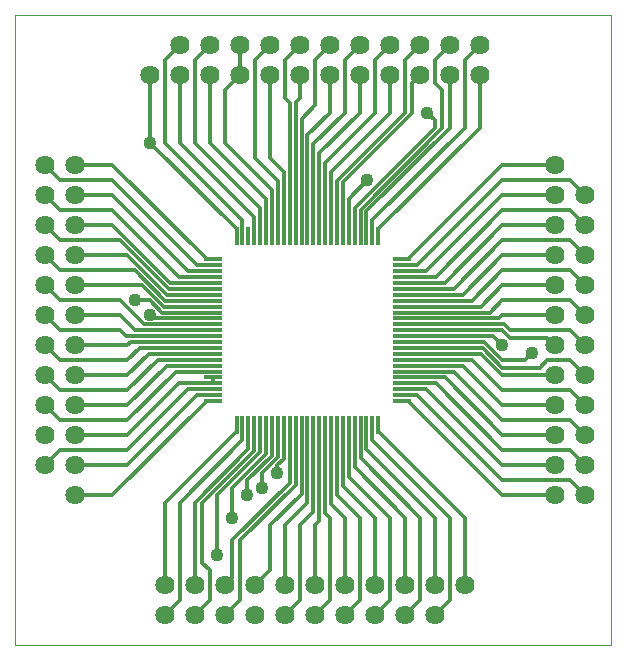
<source format=gtl>
G75*
G70*
%OFA0B0*%
%FSLAX24Y24*%
%IPPOS*%
%LPD*%
%AMOC8*
5,1,8,0,0,1.08239X$1,22.5*
%
%ADD10C,0.0000*%
%ADD11R,0.0591X0.0118*%
%ADD12R,0.0118X0.0591*%
%ADD13C,0.0640*%
%ADD14C,0.0120*%
%ADD15C,0.0436*%
D10*
X000105Y000558D02*
X000105Y021554D01*
X019975Y021554D01*
X019975Y000558D01*
X000105Y000558D01*
D11*
X006705Y008696D03*
X006705Y008893D03*
X006705Y009090D03*
X006705Y009287D03*
X006705Y009483D03*
X006705Y009680D03*
X006705Y009877D03*
X006705Y010074D03*
X006705Y010271D03*
X006705Y010468D03*
X006705Y010665D03*
X006705Y010861D03*
X006705Y011058D03*
X006705Y011255D03*
X006705Y011452D03*
X006705Y011649D03*
X006705Y011846D03*
X006705Y012043D03*
X006705Y012239D03*
X006705Y012436D03*
X006705Y012633D03*
X006705Y012830D03*
X006705Y013027D03*
X006705Y013224D03*
X006705Y013420D03*
X013004Y013420D03*
X013004Y013224D03*
X013004Y013027D03*
X013004Y012830D03*
X013004Y012633D03*
X013004Y012436D03*
X013004Y012239D03*
X013004Y012043D03*
X013004Y011846D03*
X013004Y011649D03*
X013004Y011452D03*
X013004Y011255D03*
X013004Y011058D03*
X013004Y010861D03*
X013004Y010665D03*
X013004Y010468D03*
X013004Y010271D03*
X013004Y010074D03*
X013004Y009877D03*
X013004Y009680D03*
X013004Y009483D03*
X013004Y009287D03*
X013004Y009090D03*
X013004Y008893D03*
X013004Y008696D03*
D12*
X012217Y007909D03*
X012020Y007909D03*
X011823Y007909D03*
X011626Y007909D03*
X011430Y007909D03*
X011233Y007909D03*
X011036Y007909D03*
X010839Y007909D03*
X010642Y007909D03*
X010445Y007909D03*
X010248Y007909D03*
X010052Y007909D03*
X009855Y007909D03*
X009658Y007909D03*
X009461Y007909D03*
X009264Y007909D03*
X009067Y007909D03*
X008870Y007909D03*
X008674Y007909D03*
X008477Y007909D03*
X008280Y007909D03*
X008083Y007909D03*
X007886Y007909D03*
X007689Y007909D03*
X007493Y007909D03*
X007493Y014208D03*
X007689Y014208D03*
X007886Y014208D03*
X008083Y014208D03*
X008280Y014208D03*
X008477Y014208D03*
X008674Y014208D03*
X008870Y014208D03*
X009067Y014208D03*
X009264Y014208D03*
X009461Y014208D03*
X009658Y014208D03*
X009855Y014208D03*
X010052Y014208D03*
X010248Y014208D03*
X010445Y014208D03*
X010642Y014208D03*
X010839Y014208D03*
X011036Y014208D03*
X011233Y014208D03*
X011430Y014208D03*
X011626Y014208D03*
X011823Y014208D03*
X012020Y014208D03*
X012217Y014208D03*
D13*
X012605Y019558D03*
X011605Y019558D03*
X011605Y020558D03*
X012605Y020558D03*
X013605Y020558D03*
X014605Y020558D03*
X014605Y019558D03*
X013605Y019558D03*
X015605Y019558D03*
X015605Y020558D03*
X018105Y016558D03*
X018105Y015558D03*
X018105Y014558D03*
X018105Y013558D03*
X018105Y012558D03*
X018105Y011558D03*
X018105Y010558D03*
X018105Y009558D03*
X018105Y008558D03*
X018105Y007558D03*
X018105Y006558D03*
X018105Y005558D03*
X019105Y005558D03*
X019105Y006558D03*
X019105Y007558D03*
X019105Y008558D03*
X019105Y009558D03*
X019105Y010558D03*
X019105Y011558D03*
X019105Y012558D03*
X019105Y013558D03*
X019105Y014558D03*
X019105Y015558D03*
X010605Y019558D03*
X009605Y019558D03*
X009605Y020558D03*
X010605Y020558D03*
X008605Y020558D03*
X007605Y020558D03*
X007605Y019558D03*
X008605Y019558D03*
X006605Y019558D03*
X005605Y019558D03*
X005605Y020558D03*
X006605Y020558D03*
X004605Y019558D03*
X002105Y016558D03*
X002105Y015558D03*
X002105Y014558D03*
X002105Y013558D03*
X002105Y012558D03*
X002105Y011558D03*
X002105Y010558D03*
X002105Y009558D03*
X002105Y008558D03*
X002105Y007558D03*
X002105Y006558D03*
X002105Y005558D03*
X001105Y006558D03*
X001105Y007558D03*
X001105Y008558D03*
X001105Y009558D03*
X001105Y010558D03*
X001105Y011558D03*
X001105Y012558D03*
X001105Y013558D03*
X001105Y014558D03*
X001105Y015558D03*
X001105Y016558D03*
X005105Y002558D03*
X005105Y001558D03*
X006105Y001558D03*
X006105Y002558D03*
X007105Y002558D03*
X007105Y001558D03*
X008105Y001558D03*
X008105Y002558D03*
X009105Y002558D03*
X009105Y001558D03*
X010105Y001558D03*
X010105Y002558D03*
X011105Y002558D03*
X011105Y001558D03*
X012105Y001558D03*
X012105Y002558D03*
X013105Y002558D03*
X013105Y001558D03*
X014105Y001558D03*
X014105Y002558D03*
X015105Y002558D03*
D14*
X015105Y004808D01*
X012217Y007696D01*
X012217Y007909D01*
X012020Y007909D02*
X012020Y007393D01*
X014605Y004808D01*
X014605Y002058D01*
X014105Y001558D01*
X013605Y002058D02*
X013105Y001558D01*
X013605Y002058D02*
X013605Y004808D01*
X011626Y006787D01*
X011626Y007909D01*
X011430Y007909D02*
X011430Y006483D01*
X013105Y004808D01*
X013105Y002558D01*
X012605Y002058D02*
X012105Y001558D01*
X012605Y002058D02*
X012605Y004808D01*
X011233Y006180D01*
X011233Y007909D01*
X011036Y007909D02*
X011036Y005877D01*
X012105Y004808D01*
X012105Y002558D01*
X011605Y002058D02*
X011105Y001558D01*
X011605Y002058D02*
X011605Y004808D01*
X010839Y005574D01*
X010839Y007909D01*
X010642Y007909D02*
X010642Y005271D01*
X011105Y004808D01*
X011105Y002558D01*
X010605Y002058D02*
X010105Y001558D01*
X010605Y002058D02*
X010605Y004808D01*
X010445Y004968D01*
X010445Y007909D01*
X010248Y007909D02*
X010248Y004702D01*
X010105Y004558D01*
X010105Y002558D01*
X009605Y002058D02*
X009105Y001558D01*
X009605Y002058D02*
X009605Y004558D01*
X010052Y005005D01*
X010052Y007909D01*
X009855Y007909D02*
X009855Y005308D01*
X009105Y004558D01*
X009105Y002558D01*
X008605Y003058D02*
X008105Y002558D01*
X007605Y002058D02*
X007105Y001558D01*
X007605Y002058D02*
X007605Y004058D01*
X009461Y005915D01*
X009461Y007909D01*
X009264Y007909D02*
X009264Y005968D01*
X007355Y004058D01*
X007355Y002808D01*
X007105Y002558D01*
X006605Y002058D02*
X006105Y001558D01*
X006605Y002058D02*
X006605Y003058D01*
X006355Y003308D01*
X006355Y005308D01*
X008083Y007037D01*
X008083Y007909D01*
X007886Y007909D02*
X007886Y007090D01*
X006105Y005308D01*
X006105Y002558D01*
X005605Y002058D02*
X005105Y001558D01*
X005605Y002058D02*
X005605Y005308D01*
X007689Y007393D01*
X007689Y007909D01*
X007493Y007909D02*
X007493Y007696D01*
X005105Y005308D01*
X005105Y002558D01*
X006855Y003558D02*
X006855Y005558D01*
X008280Y006983D01*
X008280Y007909D01*
X008477Y007909D02*
X008477Y006930D01*
X007355Y005808D01*
X007355Y004808D01*
X007855Y005558D02*
X007855Y006058D01*
X008674Y006877D01*
X008674Y007909D01*
X008870Y007909D02*
X008870Y006824D01*
X008355Y006308D01*
X008355Y005808D01*
X008855Y006308D02*
X008855Y006558D01*
X009067Y006771D01*
X009067Y007909D01*
X009658Y007909D02*
X009658Y005611D01*
X008605Y004558D01*
X008605Y003058D01*
X011823Y007090D02*
X014105Y004808D01*
X014105Y002558D01*
X016355Y005558D02*
X018105Y005558D01*
X018605Y006058D02*
X019105Y005558D01*
X018605Y006058D02*
X016355Y006058D01*
X013520Y008893D01*
X013004Y008893D01*
X013004Y009090D02*
X013823Y009090D01*
X016355Y006558D01*
X018105Y006558D01*
X018605Y007058D02*
X019105Y006558D01*
X018605Y007058D02*
X016355Y007058D01*
X014126Y009287D01*
X013004Y009287D01*
X013004Y009483D02*
X014430Y009483D01*
X016355Y007558D01*
X018105Y007558D01*
X018605Y008058D02*
X019105Y007558D01*
X018605Y008058D02*
X016355Y008058D01*
X014733Y009680D01*
X013004Y009680D01*
X013004Y009877D02*
X015036Y009877D01*
X016355Y008558D01*
X018105Y008558D01*
X018605Y009058D02*
X019105Y008558D01*
X018605Y009058D02*
X016355Y009058D01*
X015339Y010074D01*
X013004Y010074D01*
X013004Y010271D02*
X015642Y010271D01*
X016355Y009558D01*
X018105Y009558D01*
X017855Y010058D02*
X018605Y010058D01*
X019105Y009558D01*
X019105Y010558D02*
X018605Y011058D01*
X016605Y011058D01*
X016408Y011255D01*
X013004Y011255D01*
X013004Y011058D02*
X016355Y011058D01*
X016605Y010808D01*
X017855Y010808D01*
X018105Y010558D01*
X017855Y010058D02*
X017605Y009808D01*
X016355Y009808D01*
X015695Y010468D01*
X013004Y010468D01*
X013004Y010665D02*
X015748Y010665D01*
X016355Y010058D01*
X017105Y010058D01*
X017355Y010308D01*
X016355Y010558D02*
X016052Y010861D01*
X013004Y010861D01*
X013004Y011452D02*
X016248Y011452D01*
X016355Y011558D01*
X018105Y011558D01*
X018605Y012058D02*
X019105Y011558D01*
X018605Y012058D02*
X016355Y012058D01*
X015945Y011649D01*
X013004Y011649D01*
X013004Y011846D02*
X015642Y011846D01*
X016355Y012558D01*
X018105Y012558D01*
X018605Y013058D02*
X019105Y012558D01*
X018605Y013058D02*
X016355Y013058D01*
X015339Y012043D01*
X013004Y012043D01*
X013004Y012239D02*
X015036Y012239D01*
X016355Y013558D01*
X018105Y013558D01*
X018605Y014058D02*
X019105Y013558D01*
X018605Y014058D02*
X016355Y014058D01*
X014733Y012436D01*
X013004Y012436D01*
X013004Y012633D02*
X014430Y012633D01*
X016355Y014558D01*
X018105Y014558D01*
X018605Y015058D02*
X019105Y014558D01*
X018605Y015058D02*
X016355Y015058D01*
X014126Y012830D01*
X013004Y012830D01*
X013004Y013027D02*
X013823Y013027D01*
X016355Y015558D01*
X018105Y015558D01*
X018605Y016058D02*
X019105Y015558D01*
X018605Y016058D02*
X016355Y016058D01*
X013520Y013224D01*
X013004Y013224D01*
X013004Y013420D02*
X013217Y013420D01*
X016355Y016558D01*
X018105Y016558D01*
X015605Y017808D02*
X015605Y019558D01*
X015105Y020058D02*
X015605Y020558D01*
X015105Y020058D02*
X015105Y017808D01*
X012020Y014724D01*
X012020Y014208D01*
X011823Y014208D02*
X011823Y015027D01*
X014605Y017808D01*
X014605Y019558D01*
X014355Y019058D02*
X014105Y019308D01*
X014105Y020058D01*
X014605Y020558D01*
X013605Y020558D02*
X013105Y020058D01*
X013105Y018308D01*
X010839Y016043D01*
X010839Y014208D01*
X011036Y014208D02*
X011036Y015989D01*
X013355Y018308D01*
X013355Y019308D01*
X013605Y019558D01*
X014355Y019058D02*
X014355Y017808D01*
X011626Y015080D01*
X011626Y014208D01*
X011430Y014208D02*
X011430Y015133D01*
X014105Y017808D01*
X014105Y018058D01*
X013855Y018308D01*
X012605Y018308D02*
X012605Y019558D01*
X012105Y020058D02*
X012605Y020558D01*
X012105Y020058D02*
X012105Y018308D01*
X010445Y016649D01*
X010445Y014208D01*
X010248Y014208D02*
X010248Y016952D01*
X011605Y018308D01*
X011605Y019558D01*
X011105Y020058D02*
X011605Y020558D01*
X011105Y020058D02*
X011105Y018308D01*
X010052Y017255D01*
X010052Y014208D01*
X009855Y014208D02*
X009855Y017558D01*
X010605Y018308D01*
X010605Y019558D01*
X010105Y020058D02*
X010605Y020558D01*
X010105Y020058D02*
X010105Y018558D01*
X009658Y018111D01*
X009658Y014208D01*
X009461Y014208D02*
X009461Y018665D01*
X009605Y018808D01*
X009605Y019558D01*
X009105Y020058D02*
X009605Y020558D01*
X009105Y020058D02*
X009105Y018808D01*
X009264Y018649D01*
X009264Y014208D01*
X009067Y014208D02*
X009067Y016346D01*
X008605Y016808D01*
X008605Y019558D01*
X008105Y020058D02*
X008605Y020558D01*
X008105Y020058D02*
X008105Y016808D01*
X008870Y016043D01*
X008870Y014208D01*
X008674Y014208D02*
X008674Y015739D01*
X007105Y017308D01*
X007105Y019058D01*
X007605Y019558D01*
X007605Y020558D01*
X006605Y020558D02*
X006105Y020058D01*
X006105Y017308D01*
X008280Y015133D01*
X008280Y014208D01*
X008477Y014208D02*
X008477Y015436D01*
X006605Y017308D01*
X006605Y019558D01*
X005605Y019558D02*
X005605Y017308D01*
X008083Y014830D01*
X008083Y014208D01*
X007689Y014208D02*
X007689Y014724D01*
X005105Y017308D01*
X005105Y020058D01*
X005605Y020558D01*
X004605Y019558D02*
X004605Y017308D01*
X007493Y014420D01*
X007493Y014208D01*
X006705Y013420D02*
X006493Y013420D01*
X003355Y016558D01*
X002105Y016558D01*
X001605Y016058D02*
X001105Y016558D01*
X001605Y016058D02*
X003355Y016058D01*
X006189Y013224D01*
X006705Y013224D01*
X006705Y013027D02*
X005886Y013027D01*
X003355Y015558D01*
X002105Y015558D01*
X001605Y015058D02*
X001105Y015558D01*
X001605Y015058D02*
X003355Y015058D01*
X005583Y012830D01*
X006705Y012830D01*
X006705Y012633D02*
X005280Y012633D01*
X003355Y014558D01*
X002105Y014558D01*
X001605Y014058D02*
X001105Y014558D01*
X001605Y014058D02*
X003605Y014058D01*
X005227Y012436D01*
X006705Y012436D01*
X006705Y012239D02*
X005174Y012239D01*
X003855Y013558D01*
X002105Y013558D01*
X001605Y013058D02*
X001105Y013558D01*
X001605Y013058D02*
X004105Y013058D01*
X005120Y012043D01*
X006705Y012043D01*
X006705Y011846D02*
X005067Y011846D01*
X004355Y012558D01*
X002105Y012558D01*
X001605Y012058D02*
X001105Y012558D01*
X001605Y012058D02*
X003605Y012058D01*
X004408Y011255D01*
X006705Y011255D01*
X006705Y011058D02*
X004105Y011058D01*
X003605Y011558D01*
X002105Y011558D01*
X001605Y011058D02*
X001105Y011558D01*
X001605Y011058D02*
X003605Y011058D01*
X003802Y010861D01*
X006705Y010861D01*
X006705Y010665D02*
X003961Y010665D01*
X003855Y010558D01*
X002105Y010558D01*
X001605Y010058D02*
X001105Y010558D01*
X001605Y010058D02*
X003855Y010058D01*
X004264Y010468D01*
X006705Y010468D01*
X006705Y010271D02*
X004567Y010271D01*
X003855Y009558D01*
X002105Y009558D01*
X001605Y009058D02*
X001105Y009558D01*
X001605Y009058D02*
X003855Y009058D01*
X004870Y010074D01*
X006705Y010074D01*
X006705Y009877D02*
X005174Y009877D01*
X003855Y008558D01*
X002105Y008558D01*
X001605Y008058D02*
X001105Y008558D01*
X001605Y008058D02*
X003855Y008058D01*
X005477Y009680D01*
X006705Y009680D01*
X006705Y009483D02*
X006705Y009287D01*
X005583Y009287D01*
X003855Y007558D01*
X002105Y007558D01*
X001605Y007058D02*
X001105Y006558D01*
X001605Y007058D02*
X003855Y007058D01*
X005886Y009090D01*
X006705Y009090D01*
X006705Y008893D02*
X006189Y008893D01*
X003855Y006558D01*
X002105Y006558D01*
X002105Y005558D02*
X003355Y005558D01*
X006493Y008696D01*
X006705Y008696D01*
X006705Y011452D02*
X004711Y011452D01*
X004605Y011558D01*
X005014Y011649D02*
X004605Y012058D01*
X004105Y012058D01*
X005014Y011649D02*
X006705Y011649D01*
X010642Y014208D02*
X010642Y016346D01*
X012605Y018308D01*
X011855Y016058D02*
X011233Y015436D01*
X011233Y014208D01*
X012217Y014208D02*
X012217Y014420D01*
X015605Y017808D01*
X013217Y008696D02*
X013004Y008696D01*
X013217Y008696D02*
X016355Y005558D01*
X011823Y007090D02*
X011823Y007909D01*
D15*
X008855Y006308D03*
X008355Y005808D03*
X007855Y005558D03*
X007355Y004808D03*
X006855Y003558D03*
X004605Y011558D03*
X004105Y012058D03*
X004605Y017308D03*
X011855Y016058D03*
X013855Y018308D03*
X016355Y010558D03*
X017355Y010308D03*
M02*

</source>
